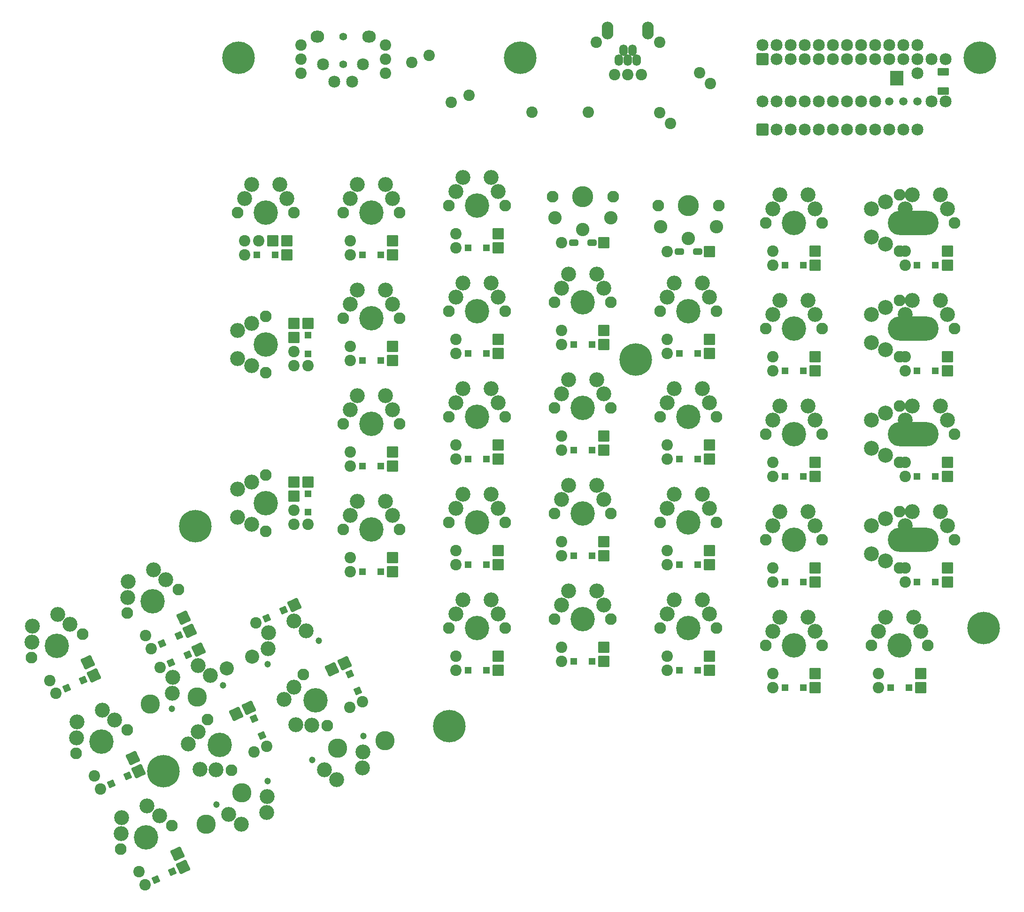
<source format=gts>
%TF.GenerationSoftware,KiCad,Pcbnew,(6.0.5)*%
%TF.CreationDate,2022-05-21T18:26:57-06:00*%
%TF.ProjectId,ErgoDOX,4572676f-444f-4582-9e6b-696361645f70,rev?*%
%TF.SameCoordinates,Original*%
%TF.FileFunction,Soldermask,Top*%
%TF.FilePolarity,Negative*%
%FSLAX46Y46*%
G04 Gerber Fmt 4.6, Leading zero omitted, Abs format (unit mm)*
G04 Created by KiCad (PCBNEW (6.0.5)) date 2022-05-21 18:26:57*
%MOMM*%
%LPD*%
G01*
G04 APERTURE LIST*
G04 Aperture macros list*
%AMRoundRect*
0 Rectangle with rounded corners*
0 $1 Rounding radius*
0 $2 $3 $4 $5 $6 $7 $8 $9 X,Y pos of 4 corners*
0 Add a 4 corners polygon primitive as box body*
4,1,4,$2,$3,$4,$5,$6,$7,$8,$9,$2,$3,0*
0 Add four circle primitives for the rounded corners*
1,1,$1+$1,$2,$3*
1,1,$1+$1,$4,$5*
1,1,$1+$1,$6,$7*
1,1,$1+$1,$8,$9*
0 Add four rect primitives between the rounded corners*
20,1,$1+$1,$2,$3,$4,$5,0*
20,1,$1+$1,$4,$5,$6,$7,0*
20,1,$1+$1,$6,$7,$8,$9,0*
20,1,$1+$1,$8,$9,$2,$3,0*%
G04 Aperture macros list end*
%ADD10C,3.806400*%
%ADD11C,2.106400*%
%ADD12C,2.406400*%
%ADD13C,2.057400*%
%ADD14RoundRect,0.254300X-0.553900X-0.313900X0.553900X-0.313900X0.553900X0.313900X-0.553900X0.313900X0*%
%ADD15RoundRect,0.203200X-0.825500X-0.825500X0.825500X-0.825500X0.825500X0.825500X-0.825500X0.825500X0*%
%ADD16C,2.108200*%
%ADD17C,4.394200*%
%ADD18C,2.692400*%
%ADD19RoundRect,0.203200X-0.419100X-0.419100X0.419100X-0.419100X0.419100X0.419100X-0.419100X0.419100X0*%
%ADD20C,2.687320*%
%ADD21C,2.689860*%
%ADD22O,9.156700X4.394200*%
%ADD23RoundRect,0.203200X0.825500X-0.825500X0.825500X0.825500X-0.825500X0.825500X-0.825500X-0.825500X0*%
%ADD24RoundRect,0.203200X0.419100X-0.419100X0.419100X0.419100X-0.419100X0.419100X-0.419100X-0.419100X0*%
%ADD25RoundRect,0.203200X1.097028X-0.399286X0.399286X1.097028X-1.097028X0.399286X-0.399286X-1.097028X0*%
%ADD26RoundRect,0.203200X0.556953X-0.202714X0.202714X0.556953X-0.556953X0.202714X-0.202714X-0.556953X0*%
%ADD27RoundRect,0.203200X-0.399286X-1.097028X1.097028X-0.399286X0.399286X1.097028X-1.097028X0.399286X0*%
%ADD28RoundRect,0.203200X-0.202714X-0.556953X0.556953X-0.202714X0.202714X0.556953X-0.556953X0.202714X0*%
%ADD29C,1.397000*%
%ADD30O,2.463800X2.159000*%
%ADD31C,2.159000*%
%ADD32O,1.549400X2.057400*%
%ADD33O,2.108200X3.200400*%
%ADD34C,1.193800*%
%ADD35C,3.479800*%
%ADD36C,5.867400*%
%ADD37RoundRect,0.203200X-0.876300X-0.876300X0.876300X-0.876300X0.876300X0.876300X-0.876300X0.876300X0*%
%ADD38RoundRect,0.203200X-1.016000X-0.508000X1.016000X-0.508000X1.016000X0.508000X-1.016000X0.508000X0*%
%ADD39C,2.540000*%
%ADD40RoundRect,0.203200X-0.850000X0.450000X-0.850000X-0.450000X0.850000X-0.450000X0.850000X0.450000X0*%
%ADD41C,1.498600*%
G04 APERTURE END LIST*
D10*
%TO.C,SW5:10*%
X129540000Y-62230000D03*
D11*
X124040000Y-62230000D03*
X135040000Y-62230000D03*
D12*
X134540000Y-66030000D03*
X124540000Y-66030000D03*
X129540000Y-68130000D03*
D13*
X125730000Y-70561200D03*
D14*
X127860000Y-70524000D03*
X127860000Y-70524000D03*
D15*
X133350000Y-70561200D03*
D14*
X131220000Y-70524000D03*
X131220000Y-70524000D03*
%TD*%
D10*
%TO.C,SW5:11*%
X148590000Y-63827660D03*
D11*
X143090000Y-63827660D03*
X154090000Y-63827660D03*
D12*
X153590000Y-67627660D03*
X143590000Y-67627660D03*
X148590000Y-69727660D03*
D13*
X144780000Y-72158860D03*
D14*
X146910000Y-72121660D03*
X146910000Y-72121660D03*
D15*
X152400000Y-72158860D03*
D14*
X150270000Y-72121660D03*
X150270000Y-72121660D03*
%TD*%
D16*
%TO.C,SW1:13*%
X191770000Y-143202660D03*
X181610000Y-143202660D03*
D17*
X186690000Y-143202660D03*
D18*
X190500000Y-140662660D03*
X189230000Y-138122660D03*
X184150000Y-138122660D03*
X182880000Y-140662660D03*
D13*
X182880000Y-148282660D03*
X182880000Y-150822660D03*
D15*
X190500000Y-148282660D03*
X190500000Y-150822660D03*
D19*
X185026300Y-150822660D03*
X188353700Y-150822660D03*
%TD*%
D16*
%TO.C,SW1:10*%
X134620000Y-138430000D03*
D17*
X129540000Y-138430000D03*
D16*
X124460000Y-138430000D03*
D18*
X133350000Y-135890000D03*
X132080000Y-133350000D03*
X127000000Y-133350000D03*
X125730000Y-135890000D03*
D13*
X125730000Y-146050000D03*
X125730000Y-143510000D03*
D15*
X133350000Y-146050000D03*
X133350000Y-143510000D03*
D19*
X131203700Y-146050000D03*
X127876300Y-146050000D03*
%TD*%
D17*
%TO.C,SW1:9*%
X110490000Y-140027660D03*
D16*
X115570000Y-140027660D03*
X105410000Y-140027660D03*
D18*
X114300000Y-137487660D03*
X113030000Y-134947660D03*
X107950000Y-134947660D03*
X106680000Y-137487660D03*
D13*
X106680000Y-145107660D03*
X106680000Y-147647660D03*
D15*
X114300000Y-147647660D03*
X114300000Y-145107660D03*
D19*
X108826300Y-147647660D03*
X112153700Y-147647660D03*
%TD*%
D16*
%TO.C,SW2:13*%
X196532500Y-124152660D03*
D18*
X193992500Y-119072660D03*
D20*
X184150000Y-120342660D03*
X181610000Y-121612660D03*
D21*
X195262500Y-121612660D03*
D20*
X181610000Y-126692660D03*
D18*
X187642500Y-121612660D03*
D22*
X189069980Y-124152660D03*
D16*
X186690000Y-119072660D03*
D20*
X184150000Y-127962660D03*
D18*
X188912500Y-119072660D03*
D16*
X186690000Y-129232660D03*
D13*
X187642500Y-129232660D03*
X187642500Y-131772660D03*
D15*
X195262500Y-131772660D03*
X195262500Y-129232660D03*
D19*
X189788800Y-131772660D03*
X193116200Y-131772660D03*
%TD*%
D17*
%TO.C,SW2:10*%
X129540000Y-119380000D03*
D16*
X124460000Y-119380000D03*
X134620000Y-119380000D03*
D18*
X133350000Y-116840000D03*
X132080000Y-114300000D03*
X125730000Y-116840000D03*
X127000000Y-114300000D03*
D13*
X125730000Y-124460000D03*
X125730000Y-127000000D03*
D15*
X133350000Y-127000000D03*
X133350000Y-124460000D03*
D19*
X127876300Y-127000000D03*
X131203700Y-127000000D03*
%TD*%
D17*
%TO.C,SW2:9*%
X110490000Y-120977660D03*
D16*
X115570000Y-120977660D03*
X105410000Y-120977660D03*
D18*
X113030000Y-115897660D03*
X114300000Y-118437660D03*
X107950000Y-115897660D03*
X106680000Y-118437660D03*
D13*
X106680000Y-128597660D03*
X106680000Y-126057660D03*
D15*
X114300000Y-128597660D03*
X114300000Y-126057660D03*
D19*
X112153700Y-128597660D03*
X108826300Y-128597660D03*
%TD*%
D17*
%TO.C,SW2:7*%
X72390000Y-117485160D03*
D16*
X72390000Y-112405160D03*
X72390000Y-122565160D03*
D18*
X69850000Y-113675160D03*
X67310000Y-114945160D03*
X67310000Y-120025160D03*
X69850000Y-121295160D03*
D13*
X77470000Y-121295160D03*
X80010000Y-121295160D03*
D23*
X80010000Y-113675160D03*
X77470000Y-113675160D03*
D24*
X80010000Y-119148860D03*
X80010000Y-115821460D03*
%TD*%
D16*
%TO.C,SW3:13*%
X196532500Y-105102660D03*
D20*
X184150000Y-101292660D03*
X181610000Y-102562660D03*
D21*
X195262500Y-102562660D03*
D18*
X193992500Y-100022660D03*
D16*
X186690000Y-100022660D03*
D18*
X188912500Y-100022660D03*
D20*
X184150000Y-108912660D03*
X181610000Y-107642660D03*
D18*
X187642500Y-102562660D03*
D22*
X189069980Y-105102660D03*
D13*
X187642500Y-112722660D03*
X187642500Y-110182660D03*
D16*
X186690000Y-110182660D03*
D15*
X195262500Y-112722660D03*
X195262500Y-110182660D03*
D19*
X193116200Y-112722660D03*
X189788800Y-112722660D03*
%TD*%
D16*
%TO.C,SW3:11*%
X143510000Y-101927660D03*
D17*
X148590000Y-101927660D03*
D16*
X153670000Y-101927660D03*
D18*
X151130000Y-96847660D03*
X152400000Y-99387660D03*
X146050000Y-96847660D03*
X144780000Y-99387660D03*
D13*
X144780000Y-107007660D03*
X144780000Y-109547660D03*
D15*
X152400000Y-107007660D03*
X152400000Y-109547660D03*
D19*
X146926300Y-109547660D03*
X150253700Y-109547660D03*
%TD*%
D16*
%TO.C,SW3:10*%
X134620000Y-100330000D03*
D17*
X129540000Y-100330000D03*
D16*
X124460000Y-100330000D03*
D18*
X133350000Y-97790000D03*
X132080000Y-95250000D03*
X127000000Y-95250000D03*
X125730000Y-97790000D03*
D13*
X125730000Y-105410000D03*
X125730000Y-107950000D03*
D15*
X133350000Y-107950000D03*
X133350000Y-105410000D03*
D19*
X127876300Y-107950000D03*
X131203700Y-107950000D03*
%TD*%
D16*
%TO.C,SW3:9*%
X105410000Y-101927660D03*
D17*
X110490000Y-101927660D03*
D16*
X115570000Y-101927660D03*
D18*
X113030000Y-96847660D03*
X114300000Y-99387660D03*
X107950000Y-96847660D03*
X106680000Y-99387660D03*
D13*
X106680000Y-107007660D03*
X106680000Y-109547660D03*
D15*
X114300000Y-109547660D03*
X114300000Y-107007660D03*
D19*
X112153700Y-109547660D03*
X108826300Y-109547660D03*
%TD*%
D17*
%TO.C,SW3:8*%
X91440000Y-103197660D03*
D16*
X96520000Y-103197660D03*
X86360000Y-103197660D03*
D18*
X93980000Y-98117660D03*
X95250000Y-100657660D03*
X88900000Y-98117660D03*
X87630000Y-100657660D03*
D13*
X87630000Y-110817660D03*
X87630000Y-108277660D03*
D15*
X95250000Y-108277660D03*
X95250000Y-110817660D03*
D19*
X93103700Y-110817660D03*
X89776300Y-110817660D03*
%TD*%
D16*
%TO.C,SW4:13*%
X196532500Y-86052660D03*
D20*
X181610000Y-83512660D03*
D18*
X193992500Y-80972660D03*
D20*
X184150000Y-82242660D03*
D21*
X195262500Y-83512660D03*
D20*
X184150000Y-89862660D03*
D22*
X189069980Y-86052660D03*
D20*
X181610000Y-88592660D03*
D18*
X188912500Y-80972660D03*
X187642500Y-83512660D03*
D16*
X186690000Y-80972660D03*
X186690000Y-91132660D03*
D13*
X187642500Y-93672660D03*
X187642500Y-91132660D03*
D15*
X195262500Y-91132660D03*
X195262500Y-93672660D03*
D19*
X189788800Y-93672660D03*
X193116200Y-93672660D03*
%TD*%
D16*
%TO.C,SW4:12*%
X172720000Y-86052660D03*
D17*
X167640000Y-86052660D03*
D16*
X162560000Y-86052660D03*
D18*
X171450000Y-83512660D03*
X170180000Y-80972660D03*
X165100000Y-80972660D03*
X163830000Y-83512660D03*
D13*
X163830000Y-93672660D03*
X163830000Y-91132660D03*
D15*
X171450000Y-93672660D03*
X171450000Y-91132660D03*
D19*
X169303700Y-93672660D03*
X165976300Y-93672660D03*
%TD*%
D16*
%TO.C,SW4:11*%
X143510000Y-82877660D03*
D17*
X148590000Y-82877660D03*
D16*
X153670000Y-82877660D03*
D18*
X151130000Y-77797660D03*
X152400000Y-80337660D03*
X146050000Y-77797660D03*
X144780000Y-80337660D03*
D13*
X144780000Y-90497660D03*
X144780000Y-87957660D03*
D15*
X152400000Y-87957660D03*
X152400000Y-90497660D03*
D19*
X150253700Y-90497660D03*
X146926300Y-90497660D03*
%TD*%
D16*
%TO.C,SW4:10*%
X134620000Y-81280000D03*
D17*
X129540000Y-81280000D03*
D16*
X124460000Y-81280000D03*
D18*
X133350000Y-78740000D03*
X132080000Y-76200000D03*
X125730000Y-78740000D03*
X127000000Y-76200000D03*
D13*
X125730000Y-86360000D03*
X125730000Y-88900000D03*
D15*
X133350000Y-88900000D03*
X133350000Y-86360000D03*
D19*
X127876300Y-88900000D03*
X131203700Y-88900000D03*
%TD*%
D16*
%TO.C,SW4:9*%
X105410000Y-82877660D03*
X115570000Y-82877660D03*
D17*
X110490000Y-82877660D03*
D18*
X113030000Y-77797660D03*
X114300000Y-80337660D03*
X106680000Y-80337660D03*
X107950000Y-77797660D03*
D13*
X106680000Y-90497660D03*
X106680000Y-87957660D03*
D15*
X114300000Y-87957660D03*
X114300000Y-90497660D03*
D19*
X112153700Y-90497660D03*
X108826300Y-90497660D03*
%TD*%
D17*
%TO.C,SW4:8*%
X91440000Y-84147660D03*
D16*
X86360000Y-84147660D03*
X96520000Y-84147660D03*
D18*
X95250000Y-81607660D03*
X93980000Y-79067660D03*
X88900000Y-79067660D03*
X87630000Y-81607660D03*
D13*
X87630000Y-91767660D03*
X87630000Y-89227660D03*
D15*
X95250000Y-91767660D03*
X95250000Y-89227660D03*
D19*
X89776300Y-91767660D03*
X93103700Y-91767660D03*
%TD*%
D16*
%TO.C,SW4:7*%
X72390000Y-93990160D03*
D17*
X72390000Y-88910160D03*
D16*
X72390000Y-83830160D03*
D18*
X69850000Y-85100160D03*
X67310000Y-86370160D03*
X69850000Y-92720160D03*
X67310000Y-91450160D03*
D13*
X77470000Y-92720160D03*
X80010000Y-92720160D03*
D23*
X80010000Y-85100160D03*
X77470000Y-85100160D03*
D24*
X80010000Y-90573860D03*
X80010000Y-87246460D03*
%TD*%
D16*
%TO.C,SW0:10*%
X79155959Y-148461436D03*
D17*
X81302860Y-153065480D03*
D16*
X83449761Y-157669524D03*
D18*
X75625366Y-152910359D03*
X77390663Y-150685898D03*
X77772267Y-157514403D03*
X80611014Y-157591963D03*
D13*
X87517079Y-154371612D03*
X89819101Y-153298162D03*
D25*
X86598750Y-146392096D03*
X84296728Y-147465547D03*
D26*
X87505815Y-148337305D03*
X88912035Y-151352953D03*
%TD*%
D17*
%TO.C,SW0:12*%
X50800000Y-177800000D03*
D16*
X46195956Y-179946901D03*
X55404044Y-175653099D03*
D18*
X53179582Y-173887803D03*
X50955121Y-172122506D03*
X46351077Y-174269407D03*
X46273517Y-177108154D03*
D13*
X50567318Y-186316241D03*
X49493868Y-184014219D03*
D27*
X57473384Y-183095890D03*
X56399933Y-180793868D03*
D28*
X55528175Y-184002955D03*
X52512527Y-185409175D03*
%TD*%
D16*
%TO.C,SW0:11*%
X61891579Y-156513236D03*
X66185381Y-165721324D03*
D17*
X64038480Y-161117280D03*
D18*
X60126283Y-158737698D03*
X58360986Y-160962159D03*
X60507887Y-165566203D03*
X63346634Y-165643763D03*
D13*
X70252699Y-162423412D03*
X72554721Y-161349962D03*
D25*
X67032348Y-155517347D03*
X69334370Y-154443896D03*
D26*
X70241435Y-156389105D03*
X71647655Y-159404753D03*
%TD*%
D17*
%TO.C,SW0:9*%
X42748200Y-160533080D03*
D16*
X38144156Y-162679981D03*
X47352244Y-158386179D03*
D18*
X42903321Y-154855586D03*
X45127782Y-156620883D03*
X38221717Y-159841234D03*
X38299277Y-157002487D03*
D13*
X41442068Y-166747299D03*
X42515518Y-169049321D03*
D27*
X48348133Y-163526948D03*
X49421584Y-165828970D03*
D28*
X44460727Y-168142255D03*
X47476375Y-166736035D03*
%TD*%
D17*
%TO.C,SW0:7*%
X34698940Y-143268700D03*
D16*
X39302984Y-141121799D03*
X30094896Y-145415601D03*
D18*
X34854061Y-137591206D03*
X37078522Y-139356503D03*
X30172457Y-142576854D03*
X30250017Y-139738107D03*
D13*
X34466258Y-151784941D03*
X33392808Y-149482919D03*
D27*
X41372324Y-148564590D03*
X40298873Y-146262568D03*
D28*
X36411467Y-150877875D03*
X39427115Y-149471655D03*
%TD*%
D17*
%TO.C,SW1:11*%
X148590000Y-140027660D03*
D16*
X153670000Y-140027660D03*
X143510000Y-140027660D03*
D18*
X152400000Y-137487660D03*
X151130000Y-134947660D03*
X146050000Y-134947660D03*
X144780000Y-137487660D03*
D13*
X144780000Y-145107660D03*
X144780000Y-147647660D03*
D15*
X152400000Y-145107660D03*
X152400000Y-147647660D03*
D19*
X150253700Y-147647660D03*
X146926300Y-147647660D03*
%TD*%
D16*
%TO.C,SW0:8*%
X47359276Y-137366341D03*
X56567364Y-133072539D03*
D17*
X51963320Y-135219440D03*
D18*
X52118441Y-129541946D03*
X54342902Y-131307243D03*
X47514397Y-131688847D03*
X47436837Y-134527594D03*
D13*
X50657188Y-141433659D03*
X51730638Y-143735681D03*
D27*
X58636704Y-140515330D03*
X57563253Y-138213308D03*
D28*
X56691495Y-141422395D03*
X53675847Y-142828615D03*
%TD*%
D13*
%TO.C,LED_C1*%
X77470000Y-118755160D03*
D23*
X77470000Y-116215160D03*
%TD*%
D13*
%TO.C,LED_B1*%
X77470000Y-90180160D03*
D23*
X77470000Y-87640160D03*
%TD*%
D13*
%TO.C,LED_A1*%
X71120000Y-70180200D03*
D15*
X73660000Y-70180200D03*
%TD*%
D13*
%TO.C,RC1*%
X130492500Y-46990000D03*
X120332500Y-46990000D03*
%TD*%
%TO.C,RA1*%
X152499602Y-41810398D03*
X145315398Y-48994602D03*
%TD*%
%TO.C,RB1*%
X150594602Y-39905398D03*
X143410398Y-47089602D03*
%TD*%
%TO.C,R1*%
X101817898Y-36730398D03*
X109002102Y-43914602D03*
%TD*%
D29*
%TO.C,J2*%
X86309200Y-33375600D03*
X86309200Y-38379400D03*
D30*
X90957400Y-33375600D03*
D31*
X82702400Y-38379400D03*
X87909400Y-41478200D03*
D30*
X81661000Y-33375600D03*
D31*
X84709000Y-41478200D03*
X89916000Y-38379400D03*
%TD*%
D13*
%TO.C,J4*%
X78740000Y-40005000D03*
X78740000Y-37465000D03*
X78740000Y-34925000D03*
%TD*%
%TO.C,R2*%
X98642898Y-38000398D03*
X105827102Y-45184602D03*
%TD*%
%TO.C,J1*%
X140055600Y-40259000D03*
D32*
X139242800Y-37553900D03*
X138442700Y-35806380D03*
D13*
X143357600Y-34417000D03*
D32*
X137642600Y-37553900D03*
D13*
X137642600Y-40259000D03*
X131927600Y-34417000D03*
D32*
X136842500Y-35806380D03*
X136042400Y-37553900D03*
D13*
X135229600Y-40259000D03*
D33*
X141290040Y-32230060D03*
X133995160Y-32230060D03*
%TD*%
D16*
%TO.C,SW5:13*%
X196532500Y-67005200D03*
D20*
X181610000Y-64465200D03*
D21*
X195262500Y-64465200D03*
D20*
X184150000Y-63195200D03*
D18*
X193992500Y-61925200D03*
X188912500Y-61925200D03*
D22*
X189069980Y-67005200D03*
D16*
X186690000Y-61925200D03*
D20*
X184150000Y-70815200D03*
X181610000Y-69545200D03*
D18*
X187642500Y-64465200D03*
D13*
X187642500Y-74625200D03*
D16*
X186690000Y-72085200D03*
D13*
X187642500Y-72085200D03*
D15*
X195262500Y-72085200D03*
X195262500Y-74625200D03*
D19*
X189788800Y-74625200D03*
X193116200Y-74625200D03*
%TD*%
D17*
%TO.C,SW5:9*%
X110490000Y-63827660D03*
D16*
X115570000Y-63827660D03*
X105410000Y-63827660D03*
D18*
X113030000Y-58747660D03*
X114300000Y-61287660D03*
X106680000Y-61287660D03*
X107950000Y-58747660D03*
D13*
X106680000Y-68907660D03*
X106680000Y-71447660D03*
D15*
X114300000Y-71447660D03*
X114300000Y-68907660D03*
D19*
X112153700Y-71447660D03*
X108826300Y-71447660D03*
%TD*%
D16*
%TO.C,SW5:12*%
X172720000Y-67005200D03*
X162560000Y-67005200D03*
D17*
X167640000Y-67005200D03*
D18*
X171450000Y-64465200D03*
X170180000Y-61925200D03*
X163830000Y-64465200D03*
X165100000Y-61925200D03*
D13*
X163830000Y-74625200D03*
X163830000Y-72085200D03*
D15*
X171450000Y-74625200D03*
X171450000Y-72085200D03*
D19*
X165976300Y-74625200D03*
X169303700Y-74625200D03*
%TD*%
D16*
%TO.C,SW5:8*%
X86360000Y-65100200D03*
D17*
X91440000Y-65100200D03*
D16*
X96520000Y-65100200D03*
D18*
X93980000Y-60020200D03*
X95250000Y-62560200D03*
X87630000Y-62560200D03*
X88900000Y-60020200D03*
D13*
X87630000Y-70180200D03*
X87630000Y-72720200D03*
D15*
X95250000Y-72720200D03*
X95250000Y-70180200D03*
D19*
X89776300Y-72720200D03*
X93103700Y-72720200D03*
%TD*%
D17*
%TO.C,SW5:7*%
X72390000Y-65100200D03*
D16*
X67310000Y-65100200D03*
X77470000Y-65100200D03*
D18*
X76200000Y-62560200D03*
X74930000Y-60020200D03*
X69850000Y-60020200D03*
X68580000Y-62560200D03*
D13*
X68580000Y-70180200D03*
X68580000Y-72720200D03*
D15*
X76200000Y-72720200D03*
X76200000Y-70180200D03*
D19*
X70726300Y-72720200D03*
X74053700Y-72720200D03*
%TD*%
D16*
%TO.C,SW2:11*%
X153670000Y-120977660D03*
D17*
X148590000Y-120977660D03*
D16*
X143510000Y-120977660D03*
D18*
X151130000Y-115897660D03*
X152400000Y-118437660D03*
X146050000Y-115897660D03*
X144780000Y-118437660D03*
D13*
X144780000Y-128597660D03*
X144780000Y-126057660D03*
D15*
X152400000Y-128597660D03*
X152400000Y-126057660D03*
D19*
X146926300Y-128597660D03*
X150253700Y-128597660D03*
%TD*%
D16*
%TO.C,SW2:8*%
X86360000Y-122247660D03*
D17*
X91440000Y-122247660D03*
D16*
X96520000Y-122247660D03*
D18*
X95250000Y-119707660D03*
X93980000Y-117167660D03*
X88900000Y-117167660D03*
X87630000Y-119707660D03*
D13*
X87630000Y-127327660D03*
X87630000Y-129867660D03*
D15*
X95250000Y-127327660D03*
X95250000Y-129867660D03*
D19*
X93103700Y-129867660D03*
X89776300Y-129867660D03*
%TD*%
D16*
%TO.C,SW3:12*%
X172720000Y-105102660D03*
D17*
X167640000Y-105102660D03*
D16*
X162560000Y-105102660D03*
D18*
X171450000Y-102562660D03*
X170180000Y-100022660D03*
X163830000Y-102562660D03*
X165100000Y-100022660D03*
D13*
X163830000Y-110182660D03*
X163830000Y-112722660D03*
D15*
X171450000Y-110182660D03*
X171450000Y-112722660D03*
D19*
X169303700Y-112722660D03*
X165976300Y-112722660D03*
%TD*%
D16*
%TO.C,SW2:12*%
X172720000Y-124152660D03*
X162560000Y-124152660D03*
D17*
X167640000Y-124152660D03*
D18*
X170180000Y-119072660D03*
X171450000Y-121612660D03*
X165100000Y-119072660D03*
X163830000Y-121612660D03*
D13*
X163830000Y-131772660D03*
X163830000Y-129232660D03*
D15*
X171450000Y-131772660D03*
X171450000Y-129232660D03*
D19*
X169303700Y-131772660D03*
X165976300Y-131772660D03*
%TD*%
D16*
%TO.C,SW1:12*%
X162560000Y-143202660D03*
D17*
X167640000Y-143202660D03*
D16*
X172720000Y-143202660D03*
D18*
X170180000Y-138122660D03*
X171450000Y-140662660D03*
X165100000Y-138122660D03*
X163830000Y-140662660D03*
D13*
X163830000Y-148282660D03*
X163830000Y-150822660D03*
D15*
X171450000Y-150822660D03*
X171450000Y-148282660D03*
D19*
X165976300Y-150822660D03*
X169303700Y-150822660D03*
%TD*%
D34*
%TO.C,SX1:8*%
X81883544Y-142285119D03*
X72675456Y-146578921D03*
D18*
X77434621Y-138754526D03*
X79659082Y-140519823D03*
X72830577Y-140901427D03*
X72753017Y-143740174D03*
%TD*%
D34*
%TO.C,SX1:7*%
X64619164Y-150336919D03*
D35*
X60015120Y-152483820D03*
D34*
X55411076Y-154630721D03*
D18*
X62394702Y-148571623D03*
X60170241Y-146806326D03*
X55488637Y-151791974D03*
X55566197Y-148953227D03*
%TD*%
D34*
%TO.C,SX0:10*%
X89935344Y-159552039D03*
X80727256Y-163845841D03*
D35*
X85331300Y-161698940D03*
D18*
X82951718Y-165611137D03*
X85176179Y-167376434D03*
X89857783Y-162390786D03*
X89780223Y-165229533D03*
%TD*%
D34*
%TO.C,SX0:11*%
X72668424Y-167601299D03*
D35*
X68064380Y-169748200D03*
D34*
X63460336Y-171895101D03*
D18*
X65684798Y-173660397D03*
X67909259Y-175425694D03*
X72513303Y-173278793D03*
X72590863Y-170440046D03*
%TD*%
D13*
%TO.C,D1:8*%
X70605747Y-139135936D03*
D27*
X77511813Y-135915584D03*
D28*
X75566604Y-136822650D03*
X72550956Y-138228870D03*
%TD*%
D36*
%TO.C,H99*%
X67411600Y-37134800D03*
X53898800Y-165836600D03*
X201777600Y-140055600D03*
X201142600Y-37134800D03*
X118211600Y-37134800D03*
X105435400Y-157759400D03*
X139039600Y-91592400D03*
X59664600Y-121666000D03*
%TD*%
D13*
%TO.C,D1:7*%
X53341367Y-147187736D03*
D27*
X60247433Y-143967384D03*
D28*
X58302224Y-144874450D03*
X55286576Y-146280670D03*
%TD*%
D37*
%TO.C,U1*%
X161925000Y-50165000D03*
D31*
X164465000Y-50165000D03*
X167005000Y-50165000D03*
X169545000Y-50165000D03*
X172085000Y-50165000D03*
X174625000Y-50165000D03*
X177165000Y-50165000D03*
X179705000Y-50165000D03*
X182245000Y-50165000D03*
X184785000Y-50165000D03*
X187325000Y-50165000D03*
X189865000Y-50165000D03*
X189865000Y-40005000D03*
X189865000Y-34925000D03*
X187325000Y-34925000D03*
X184785000Y-34925000D03*
X182245000Y-34925000D03*
X179705000Y-34925000D03*
X177165000Y-34925000D03*
X174625000Y-34925000D03*
X172085000Y-34925000D03*
X169545000Y-34925000D03*
X167005000Y-34925000D03*
X164465000Y-34925000D03*
X161925000Y-34925000D03*
%TD*%
D38*
%TO.C,JP1*%
X186130000Y-40255000D03*
X186130000Y-41525000D03*
%TD*%
D35*
%TO.C,S1*%
X51511692Y-153786490D03*
X61602126Y-175425496D03*
D39*
X65323823Y-147345789D03*
%TD*%
%TO.C,S2*%
X69927083Y-145197966D03*
D35*
X93829648Y-160396270D03*
%TD*%
D40*
%TO.C,SW_RST1*%
X194500000Y-39750000D03*
X194500000Y-43150000D03*
%TD*%
D41*
%TO.C,U2*%
X189865000Y-45085000D03*
X187325000Y-45085000D03*
X184785000Y-45085000D03*
D37*
X161925000Y-37465000D03*
D31*
X164465000Y-37465000D03*
X167005000Y-37465000D03*
X169545000Y-37465000D03*
X172085000Y-37465000D03*
X174625000Y-37465000D03*
X177165000Y-37465000D03*
X179705000Y-37465000D03*
X182245000Y-37465000D03*
X184785000Y-37465000D03*
X187325000Y-37465000D03*
X189865000Y-37465000D03*
X192405000Y-37465000D03*
X194945000Y-37465000D03*
X194945000Y-45085000D03*
X192405000Y-45085000D03*
X182245000Y-45085000D03*
X179705000Y-45085000D03*
X177165000Y-45085000D03*
X174625000Y-45085000D03*
X172085000Y-45085000D03*
X169545000Y-45085000D03*
X167005000Y-45085000D03*
X164465000Y-45085000D03*
X161925000Y-45085000D03*
%TD*%
D13*
%TO.C,J3*%
X93980000Y-40005000D03*
X93980000Y-37465000D03*
X93980000Y-34925000D03*
%TD*%
M02*

</source>
